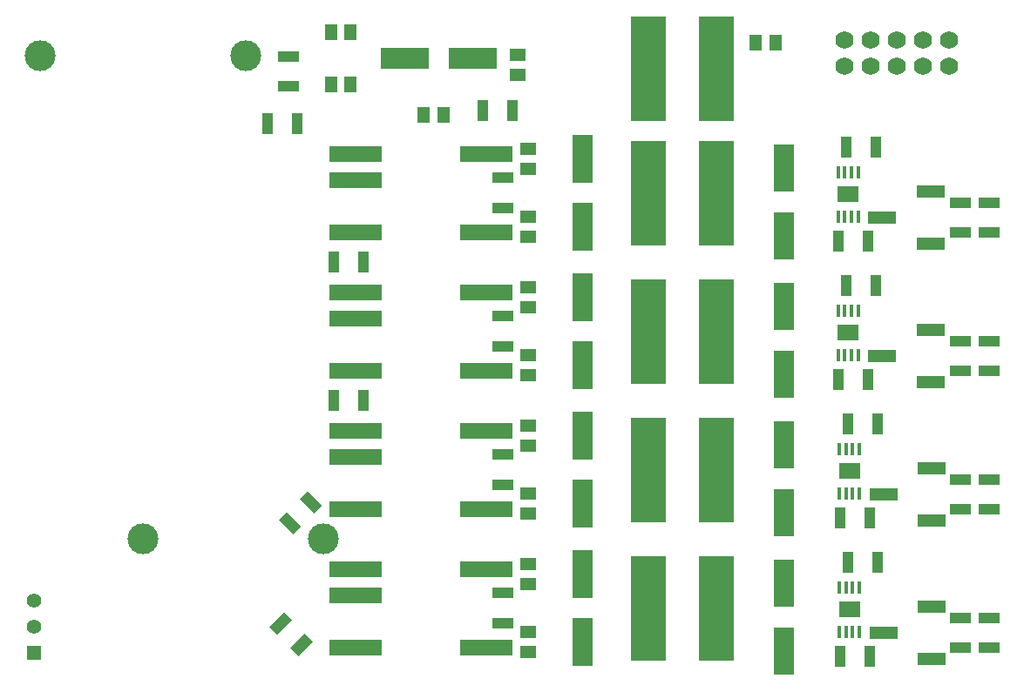
<source format=gts>
G04 (created by PCBNEW (2013-may-18)-stable) date 2014年05月08日 星期四 20时23分29秒*
%MOIN*%
G04 Gerber Fmt 3.4, Leading zero omitted, Abs format*
%FSLAX34Y34*%
G01*
G70*
G90*
G04 APERTURE LIST*
%ADD10C,0.00590551*%
%ADD11C,0.0693*%
%ADD12R,0.137795X0.401575*%
%ADD13R,0.055X0.055*%
%ADD14C,0.055*%
%ADD15R,0.2X0.06*%
%ADD16R,0.015X0.05*%
%ADD17R,0.0787402X0.0629921*%
%ADD18C,0.11811*%
%ADD19R,0.0512X0.059*%
%ADD20R,0.059X0.0512*%
%ADD21R,0.0787402X0.0433071*%
%ADD22R,0.0433071X0.0787402*%
%ADD23R,0.11X0.05*%
G04 APERTURE END LIST*
G54D10*
G54D11*
X72400Y-30500D03*
X72400Y-31500D03*
X71400Y-30500D03*
X71400Y-31500D03*
X70400Y-30500D03*
X70400Y-31500D03*
X69400Y-30500D03*
X69400Y-31500D03*
X68400Y-30500D03*
X68400Y-31500D03*
G54D10*
G36*
X58793Y-36743D02*
X58793Y-38554D01*
X58006Y-38554D01*
X58006Y-36743D01*
X58793Y-36743D01*
X58793Y-36743D01*
G37*
G36*
X58793Y-34145D02*
X58793Y-35956D01*
X58006Y-35956D01*
X58006Y-34145D01*
X58793Y-34145D01*
X58793Y-34145D01*
G37*
G36*
X58793Y-52643D02*
X58793Y-54454D01*
X58006Y-54454D01*
X58006Y-52643D01*
X58793Y-52643D01*
X58793Y-52643D01*
G37*
G36*
X58793Y-50045D02*
X58793Y-51856D01*
X58006Y-51856D01*
X58006Y-50045D01*
X58793Y-50045D01*
X58793Y-50045D01*
G37*
G36*
X58793Y-42043D02*
X58793Y-43854D01*
X58006Y-43854D01*
X58006Y-42043D01*
X58793Y-42043D01*
X58793Y-42043D01*
G37*
G36*
X58793Y-39445D02*
X58793Y-41256D01*
X58006Y-41256D01*
X58006Y-39445D01*
X58793Y-39445D01*
X58793Y-39445D01*
G37*
G36*
X58793Y-47343D02*
X58793Y-49154D01*
X58006Y-49154D01*
X58006Y-47343D01*
X58793Y-47343D01*
X58793Y-47343D01*
G37*
G36*
X58793Y-44745D02*
X58793Y-46556D01*
X58006Y-46556D01*
X58006Y-44745D01*
X58793Y-44745D01*
X58793Y-44745D01*
G37*
G36*
X53293Y-30806D02*
X55104Y-30806D01*
X55104Y-31593D01*
X53293Y-31593D01*
X53293Y-30806D01*
X53293Y-30806D01*
G37*
G36*
X50695Y-30806D02*
X52506Y-30806D01*
X52506Y-31593D01*
X50695Y-31593D01*
X50695Y-30806D01*
X50695Y-30806D01*
G37*
G36*
X65706Y-36306D02*
X65706Y-34495D01*
X66493Y-34495D01*
X66493Y-36306D01*
X65706Y-36306D01*
X65706Y-36306D01*
G37*
G36*
X65706Y-38904D02*
X65706Y-37093D01*
X66493Y-37093D01*
X66493Y-38904D01*
X65706Y-38904D01*
X65706Y-38904D01*
G37*
G36*
X66493Y-47693D02*
X66493Y-49504D01*
X65706Y-49504D01*
X65706Y-47693D01*
X66493Y-47693D01*
X66493Y-47693D01*
G37*
G36*
X66493Y-45095D02*
X66493Y-46906D01*
X65706Y-46906D01*
X65706Y-45095D01*
X66493Y-45095D01*
X66493Y-45095D01*
G37*
G36*
X65706Y-41606D02*
X65706Y-39795D01*
X66493Y-39795D01*
X66493Y-41606D01*
X65706Y-41606D01*
X65706Y-41606D01*
G37*
G36*
X65706Y-44204D02*
X65706Y-42393D01*
X66493Y-42393D01*
X66493Y-44204D01*
X65706Y-44204D01*
X65706Y-44204D01*
G37*
G36*
X66493Y-52993D02*
X66493Y-54804D01*
X65706Y-54804D01*
X65706Y-52993D01*
X66493Y-52993D01*
X66493Y-52993D01*
G37*
G36*
X66493Y-50395D02*
X66493Y-52206D01*
X65706Y-52206D01*
X65706Y-50395D01*
X66493Y-50395D01*
X66493Y-50395D01*
G37*
G54D12*
X60900Y-52250D03*
X63499Y-52250D03*
X60900Y-41650D03*
X63499Y-41650D03*
X60900Y-46950D03*
X63499Y-46950D03*
X60900Y-31600D03*
X63499Y-31600D03*
X60900Y-36350D03*
X63499Y-36350D03*
G54D13*
X37400Y-53950D03*
G54D14*
X37400Y-52950D03*
X37400Y-51950D03*
G54D15*
X49700Y-45450D03*
X49700Y-46450D03*
X49700Y-48450D03*
X54700Y-48450D03*
X54700Y-45450D03*
X49700Y-34850D03*
X49700Y-35850D03*
X49700Y-37850D03*
X54700Y-37850D03*
X54700Y-34850D03*
X49700Y-50750D03*
X49700Y-51750D03*
X49700Y-53750D03*
X54700Y-53750D03*
X54700Y-50750D03*
X49700Y-40150D03*
X49700Y-41150D03*
X49700Y-43150D03*
X54700Y-43150D03*
X54700Y-40150D03*
G54D16*
X68216Y-47850D03*
X68472Y-47850D03*
X68728Y-47850D03*
X68984Y-47850D03*
X68984Y-46150D03*
X68728Y-46150D03*
X68472Y-46150D03*
X68216Y-46150D03*
G54D17*
X68600Y-47000D03*
G54D16*
X68166Y-42550D03*
X68422Y-42550D03*
X68678Y-42550D03*
X68934Y-42550D03*
X68934Y-40850D03*
X68678Y-40850D03*
X68422Y-40850D03*
X68166Y-40850D03*
G54D17*
X68550Y-41700D03*
G54D16*
X68216Y-53150D03*
X68472Y-53150D03*
X68728Y-53150D03*
X68984Y-53150D03*
X68984Y-51450D03*
X68728Y-51450D03*
X68472Y-51450D03*
X68216Y-51450D03*
G54D17*
X68600Y-52300D03*
G54D16*
X68166Y-37250D03*
X68422Y-37250D03*
X68678Y-37250D03*
X68934Y-37250D03*
X68934Y-35550D03*
X68678Y-35550D03*
X68422Y-35550D03*
X68166Y-35550D03*
G54D17*
X68550Y-36400D03*
G54D18*
X48462Y-49592D03*
X41572Y-49592D03*
X45509Y-31088D03*
X37635Y-31088D03*
G54D19*
X48775Y-30200D03*
X49525Y-30200D03*
X52325Y-33350D03*
X53075Y-33350D03*
X48775Y-32200D03*
X49525Y-32200D03*
X65025Y-30600D03*
X65775Y-30600D03*
G54D20*
X55900Y-31075D03*
X55900Y-31825D03*
X56300Y-46025D03*
X56300Y-45275D03*
X56300Y-47875D03*
X56300Y-48625D03*
X56300Y-37275D03*
X56300Y-38025D03*
X56300Y-40725D03*
X56300Y-39975D03*
X56300Y-42575D03*
X56300Y-43325D03*
X56300Y-53175D03*
X56300Y-53925D03*
X56300Y-51325D03*
X56300Y-50575D03*
X56300Y-35425D03*
X56300Y-34675D03*
G54D21*
X73950Y-53770D03*
X73950Y-52629D03*
X72850Y-48470D03*
X72850Y-47329D03*
X73950Y-48470D03*
X73950Y-47329D03*
G54D22*
X68529Y-50500D03*
X69670Y-50500D03*
X68229Y-54100D03*
X69370Y-54100D03*
G54D21*
X72850Y-53770D03*
X72850Y-52629D03*
X47150Y-31129D03*
X47150Y-32270D03*
G54D22*
X68479Y-39900D03*
X69620Y-39900D03*
G54D21*
X72850Y-37870D03*
X72850Y-36729D03*
X55350Y-52820D03*
X55350Y-51679D03*
G54D22*
X48879Y-44300D03*
X50020Y-44300D03*
G54D21*
X55350Y-42220D03*
X55350Y-41079D03*
G54D10*
G36*
X47321Y-49435D02*
X46764Y-48878D01*
X47071Y-48572D01*
X47627Y-49128D01*
X47321Y-49435D01*
X47321Y-49435D01*
G37*
G36*
X48128Y-48627D02*
X47572Y-48071D01*
X47878Y-47764D01*
X48435Y-48321D01*
X48128Y-48627D01*
X48128Y-48627D01*
G37*
G54D21*
X55350Y-47520D03*
X55350Y-46379D03*
X55350Y-36920D03*
X55350Y-35779D03*
G54D22*
X48879Y-39000D03*
X50020Y-39000D03*
X55720Y-33200D03*
X54579Y-33200D03*
X68479Y-34600D03*
X69620Y-34600D03*
X68179Y-38200D03*
X69320Y-38200D03*
G54D21*
X73950Y-37870D03*
X73950Y-36729D03*
G54D22*
X46329Y-33700D03*
X47470Y-33700D03*
G54D10*
G36*
X46414Y-52971D02*
X46971Y-52414D01*
X47277Y-52721D01*
X46721Y-53277D01*
X46414Y-52971D01*
X46414Y-52971D01*
G37*
G36*
X47222Y-53778D02*
X47778Y-53222D01*
X48085Y-53528D01*
X47528Y-54085D01*
X47222Y-53778D01*
X47222Y-53778D01*
G37*
G54D22*
X68179Y-43500D03*
X69320Y-43500D03*
G54D21*
X72850Y-43170D03*
X72850Y-42029D03*
X73950Y-43170D03*
X73950Y-42029D03*
G54D22*
X68529Y-45200D03*
X69670Y-45200D03*
X68229Y-48800D03*
X69370Y-48800D03*
G54D23*
X69900Y-47900D03*
X71750Y-48900D03*
X71750Y-46900D03*
X69850Y-37300D03*
X71700Y-38300D03*
X71700Y-36300D03*
X69900Y-53200D03*
X71750Y-54200D03*
X71750Y-52200D03*
X69850Y-42600D03*
X71700Y-43600D03*
X71700Y-41600D03*
M02*

</source>
